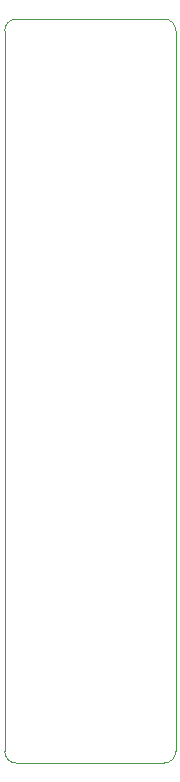
<source format=gbr>
%TF.GenerationSoftware,KiCad,Pcbnew,9.0.3*%
%TF.CreationDate,2025-10-13T20:54:42-05:00*%
%TF.ProjectId,IndicationPCB,496e6469-6361-4746-996f-6e5043422e6b,rev?*%
%TF.SameCoordinates,Original*%
%TF.FileFunction,Profile,NP*%
%FSLAX46Y46*%
G04 Gerber Fmt 4.6, Leading zero omitted, Abs format (unit mm)*
G04 Created by KiCad (PCBNEW 9.0.3) date 2025-10-13 20:54:42*
%MOMM*%
%LPD*%
G01*
G04 APERTURE LIST*
%TA.AperFunction,Profile*%
%ADD10C,0.050000*%
%TD*%
G04 APERTURE END LIST*
D10*
X150500000Y-111500000D02*
X138000000Y-111500000D01*
X150500000Y-48500000D02*
G75*
G02*
X151500000Y-49500000I0J-1000000D01*
G01*
X137000000Y-49500000D02*
G75*
G02*
X138000000Y-48500000I1000000J0D01*
G01*
X138000000Y-48500000D02*
X150500000Y-48500000D01*
X151500000Y-49500000D02*
X151500000Y-110500000D01*
X151500000Y-110500000D02*
G75*
G02*
X150500000Y-111500000I-1000000J0D01*
G01*
X137000000Y-110500000D02*
X137000000Y-49500000D01*
X138000000Y-111500000D02*
G75*
G02*
X137000000Y-110500000I0J1000000D01*
G01*
M02*

</source>
